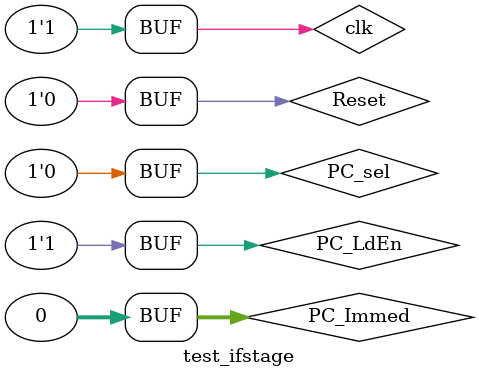
<source format=v>
`timescale 1ns / 1ps


module test_ifstage;

	// Inputs
	reg clk;
	reg [31:0] PC_Immed;
	reg PC_sel;
	reg PC_LdEn;
	reg Reset;

	// Outputs
	wire [31:0] Instr;
	//wire [31:0] test;
	//wire [31:0] test2;
	//wire [31:0] PCout;
	//wire [9:0] test1;

	// Instantiate the Unit Under Test (UUT)
	IFSTAGE uut (
		.clk(clk), 
		.Instr(Instr), 
		.PC_Immed(PC_Immed), 
		.PC_sel(PC_sel), 
		.PC_LdEn(PC_LdEn), 
		.Reset(Reset)//, 
		//.test(test), 
		//.test2(test2), 
		//.PCout(PCout), 
		//.test1(test1)
	);

	always begin 
	clk = 0; //Clock
	#0.001;
	clk = 1;
	#0.001;
	end
	
	initial begin
		// Initialize Inputs
      Reset = 1;
		PC_Immed = 32'b0;
		PC_sel = 1'b0;
		PC_LdEn = 1;
		#0.002;
	   Reset = 0;
		PC_LdEn = 0;
		PC_Immed = 32'b0;
		PC_sel = 1'b0;
		
		#0.0020;
		Reset = 0;
		PC_LdEn = 1;
		PC_Immed = 32'b0;
		PC_sel = 1'b0;
		#0.008;
		Reset = 0;
		PC_LdEn = 0;
		PC_Immed = 32'b0;
		PC_sel = 1'b0;
		#0.020;
		Reset = 0;
		PC_LdEn = 1;
		PC_Immed = 32'b0;
		PC_sel = 1'b0;
		#0.02;
		Reset = 1;
		#0.003;
		Reset = 0;
		
		//PC_Immed = 32'b1000000000000000000000000;
		
	end
      
endmodule


</source>
